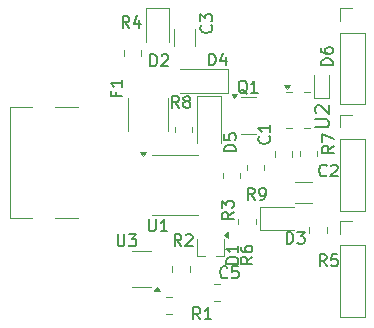
<source format=gbr>
%TF.GenerationSoftware,KiCad,Pcbnew,9.0.1*%
%TF.CreationDate,2025-04-12T21:10:11-04:00*%
%TF.ProjectId,USB-C-3-way-splitter-V5,5553422d-432d-4332-9d77-61792d73706c,rev?*%
%TF.SameCoordinates,Original*%
%TF.FileFunction,Legend,Top*%
%TF.FilePolarity,Positive*%
%FSLAX46Y46*%
G04 Gerber Fmt 4.6, Leading zero omitted, Abs format (unit mm)*
G04 Created by KiCad (PCBNEW 9.0.1) date 2025-04-12 21:10:11*
%MOMM*%
%LPD*%
G01*
G04 APERTURE LIST*
%ADD10C,0.150000*%
%ADD11C,0.120000*%
%ADD12C,0.100000*%
G04 APERTURE END LIST*
D10*
X6031009Y5966666D02*
X6031009Y5633333D01*
X6554819Y5633333D02*
X5554819Y5633333D01*
X5554819Y5633333D02*
X5554819Y6109523D01*
X6554819Y7014285D02*
X6554819Y6442857D01*
X6554819Y6728571D02*
X5554819Y6728571D01*
X5554819Y6728571D02*
X5697676Y6633333D01*
X5697676Y6633333D02*
X5792914Y6538095D01*
X5792914Y6538095D02*
X5840533Y6442857D01*
X16354819Y-8538094D02*
X15354819Y-8538094D01*
X15354819Y-8538094D02*
X15354819Y-8299999D01*
X15354819Y-8299999D02*
X15402438Y-8157142D01*
X15402438Y-8157142D02*
X15497676Y-8061904D01*
X15497676Y-8061904D02*
X15592914Y-8014285D01*
X15592914Y-8014285D02*
X15783390Y-7966666D01*
X15783390Y-7966666D02*
X15926247Y-7966666D01*
X15926247Y-7966666D02*
X16116723Y-8014285D01*
X16116723Y-8014285D02*
X16211961Y-8061904D01*
X16211961Y-8061904D02*
X16307200Y-8157142D01*
X16307200Y-8157142D02*
X16354819Y-8299999D01*
X16354819Y-8299999D02*
X16354819Y-8538094D01*
X16354819Y-7014285D02*
X16354819Y-7585713D01*
X16354819Y-7299999D02*
X15354819Y-7299999D01*
X15354819Y-7299999D02*
X15497676Y-7395237D01*
X15497676Y-7395237D02*
X15592914Y-7490475D01*
X15592914Y-7490475D02*
X15640533Y-7585713D01*
X17104761Y5849942D02*
X17009523Y5897561D01*
X17009523Y5897561D02*
X16914285Y5992800D01*
X16914285Y5992800D02*
X16771428Y6135657D01*
X16771428Y6135657D02*
X16676190Y6183276D01*
X16676190Y6183276D02*
X16580952Y6183276D01*
X16628571Y5945180D02*
X16533333Y5992800D01*
X16533333Y5992800D02*
X16438095Y6088038D01*
X16438095Y6088038D02*
X16390476Y6278514D01*
X16390476Y6278514D02*
X16390476Y6611847D01*
X16390476Y6611847D02*
X16438095Y6802323D01*
X16438095Y6802323D02*
X16533333Y6897561D01*
X16533333Y6897561D02*
X16628571Y6945180D01*
X16628571Y6945180D02*
X16819047Y6945180D01*
X16819047Y6945180D02*
X16914285Y6897561D01*
X16914285Y6897561D02*
X17009523Y6802323D01*
X17009523Y6802323D02*
X17057142Y6611847D01*
X17057142Y6611847D02*
X17057142Y6278514D01*
X17057142Y6278514D02*
X17009523Y6088038D01*
X17009523Y6088038D02*
X16914285Y5992800D01*
X16914285Y5992800D02*
X16819047Y5945180D01*
X16819047Y5945180D02*
X16628571Y5945180D01*
X18009523Y5945180D02*
X17438095Y5945180D01*
X17723809Y5945180D02*
X17723809Y6945180D01*
X17723809Y6945180D02*
X17628571Y6802323D01*
X17628571Y6802323D02*
X17533333Y6707085D01*
X17533333Y6707085D02*
X17438095Y6659466D01*
X13133333Y-13254819D02*
X12800000Y-12778628D01*
X12561905Y-13254819D02*
X12561905Y-12254819D01*
X12561905Y-12254819D02*
X12942857Y-12254819D01*
X12942857Y-12254819D02*
X13038095Y-12302438D01*
X13038095Y-12302438D02*
X13085714Y-12350057D01*
X13085714Y-12350057D02*
X13133333Y-12445295D01*
X13133333Y-12445295D02*
X13133333Y-12588152D01*
X13133333Y-12588152D02*
X13085714Y-12683390D01*
X13085714Y-12683390D02*
X13038095Y-12731009D01*
X13038095Y-12731009D02*
X12942857Y-12778628D01*
X12942857Y-12778628D02*
X12561905Y-12778628D01*
X14085714Y-13254819D02*
X13514286Y-13254819D01*
X13800000Y-13254819D02*
X13800000Y-12254819D01*
X13800000Y-12254819D02*
X13704762Y-12397676D01*
X13704762Y-12397676D02*
X13609524Y-12492914D01*
X13609524Y-12492914D02*
X13514286Y-12540533D01*
X8788095Y-4804819D02*
X8788095Y-5614342D01*
X8788095Y-5614342D02*
X8835714Y-5709580D01*
X8835714Y-5709580D02*
X8883333Y-5757200D01*
X8883333Y-5757200D02*
X8978571Y-5804819D01*
X8978571Y-5804819D02*
X9169047Y-5804819D01*
X9169047Y-5804819D02*
X9264285Y-5757200D01*
X9264285Y-5757200D02*
X9311904Y-5709580D01*
X9311904Y-5709580D02*
X9359523Y-5614342D01*
X9359523Y-5614342D02*
X9359523Y-4804819D01*
X10359523Y-5804819D02*
X9788095Y-5804819D01*
X10073809Y-5804819D02*
X10073809Y-4804819D01*
X10073809Y-4804819D02*
X9978571Y-4947676D01*
X9978571Y-4947676D02*
X9883333Y-5042914D01*
X9883333Y-5042914D02*
X9788095Y-5090533D01*
X15954819Y-4166666D02*
X15478628Y-4499999D01*
X15954819Y-4738094D02*
X14954819Y-4738094D01*
X14954819Y-4738094D02*
X14954819Y-4357142D01*
X14954819Y-4357142D02*
X15002438Y-4261904D01*
X15002438Y-4261904D02*
X15050057Y-4214285D01*
X15050057Y-4214285D02*
X15145295Y-4166666D01*
X15145295Y-4166666D02*
X15288152Y-4166666D01*
X15288152Y-4166666D02*
X15383390Y-4214285D01*
X15383390Y-4214285D02*
X15431009Y-4261904D01*
X15431009Y-4261904D02*
X15478628Y-4357142D01*
X15478628Y-4357142D02*
X15478628Y-4738094D01*
X14954819Y-3833332D02*
X14954819Y-3214285D01*
X14954819Y-3214285D02*
X15335771Y-3547618D01*
X15335771Y-3547618D02*
X15335771Y-3404761D01*
X15335771Y-3404761D02*
X15383390Y-3309523D01*
X15383390Y-3309523D02*
X15431009Y-3261904D01*
X15431009Y-3261904D02*
X15526247Y-3214285D01*
X15526247Y-3214285D02*
X15764342Y-3214285D01*
X15764342Y-3214285D02*
X15859580Y-3261904D01*
X15859580Y-3261904D02*
X15907200Y-3309523D01*
X15907200Y-3309523D02*
X15954819Y-3404761D01*
X15954819Y-3404761D02*
X15954819Y-3690475D01*
X15954819Y-3690475D02*
X15907200Y-3785713D01*
X15907200Y-3785713D02*
X15859580Y-3833332D01*
X24454819Y1433333D02*
X23978628Y1100000D01*
X24454819Y861905D02*
X23454819Y861905D01*
X23454819Y861905D02*
X23454819Y1242857D01*
X23454819Y1242857D02*
X23502438Y1338095D01*
X23502438Y1338095D02*
X23550057Y1385714D01*
X23550057Y1385714D02*
X23645295Y1433333D01*
X23645295Y1433333D02*
X23788152Y1433333D01*
X23788152Y1433333D02*
X23883390Y1385714D01*
X23883390Y1385714D02*
X23931009Y1338095D01*
X23931009Y1338095D02*
X23978628Y1242857D01*
X23978628Y1242857D02*
X23978628Y861905D01*
X23454819Y1766667D02*
X23454819Y2433333D01*
X23454819Y2433333D02*
X24454819Y2004762D01*
X14059580Y11633333D02*
X14107200Y11585714D01*
X14107200Y11585714D02*
X14154819Y11442857D01*
X14154819Y11442857D02*
X14154819Y11347619D01*
X14154819Y11347619D02*
X14107200Y11204762D01*
X14107200Y11204762D02*
X14011961Y11109524D01*
X14011961Y11109524D02*
X13916723Y11061905D01*
X13916723Y11061905D02*
X13726247Y11014286D01*
X13726247Y11014286D02*
X13583390Y11014286D01*
X13583390Y11014286D02*
X13392914Y11061905D01*
X13392914Y11061905D02*
X13297676Y11109524D01*
X13297676Y11109524D02*
X13202438Y11204762D01*
X13202438Y11204762D02*
X13154819Y11347619D01*
X13154819Y11347619D02*
X13154819Y11442857D01*
X13154819Y11442857D02*
X13202438Y11585714D01*
X13202438Y11585714D02*
X13250057Y11633333D01*
X13154819Y11966667D02*
X13154819Y12585714D01*
X13154819Y12585714D02*
X13535771Y12252381D01*
X13535771Y12252381D02*
X13535771Y12395238D01*
X13535771Y12395238D02*
X13583390Y12490476D01*
X13583390Y12490476D02*
X13631009Y12538095D01*
X13631009Y12538095D02*
X13726247Y12585714D01*
X13726247Y12585714D02*
X13964342Y12585714D01*
X13964342Y12585714D02*
X14059580Y12538095D01*
X14059580Y12538095D02*
X14107200Y12490476D01*
X14107200Y12490476D02*
X14154819Y12395238D01*
X14154819Y12395238D02*
X14154819Y12109524D01*
X14154819Y12109524D02*
X14107200Y12014286D01*
X14107200Y12014286D02*
X14059580Y11966667D01*
X8911905Y8170180D02*
X8911905Y9170180D01*
X8911905Y9170180D02*
X9150000Y9170180D01*
X9150000Y9170180D02*
X9292857Y9122561D01*
X9292857Y9122561D02*
X9388095Y9027323D01*
X9388095Y9027323D02*
X9435714Y8932085D01*
X9435714Y8932085D02*
X9483333Y8741609D01*
X9483333Y8741609D02*
X9483333Y8598752D01*
X9483333Y8598752D02*
X9435714Y8408276D01*
X9435714Y8408276D02*
X9388095Y8313038D01*
X9388095Y8313038D02*
X9292857Y8217800D01*
X9292857Y8217800D02*
X9150000Y8170180D01*
X9150000Y8170180D02*
X8911905Y8170180D01*
X9864286Y9074942D02*
X9911905Y9122561D01*
X9911905Y9122561D02*
X10007143Y9170180D01*
X10007143Y9170180D02*
X10245238Y9170180D01*
X10245238Y9170180D02*
X10340476Y9122561D01*
X10340476Y9122561D02*
X10388095Y9074942D01*
X10388095Y9074942D02*
X10435714Y8979704D01*
X10435714Y8979704D02*
X10435714Y8884466D01*
X10435714Y8884466D02*
X10388095Y8741609D01*
X10388095Y8741609D02*
X9816667Y8170180D01*
X9816667Y8170180D02*
X10435714Y8170180D01*
X15433333Y-9679580D02*
X15385714Y-9727200D01*
X15385714Y-9727200D02*
X15242857Y-9774819D01*
X15242857Y-9774819D02*
X15147619Y-9774819D01*
X15147619Y-9774819D02*
X15004762Y-9727200D01*
X15004762Y-9727200D02*
X14909524Y-9631961D01*
X14909524Y-9631961D02*
X14861905Y-9536723D01*
X14861905Y-9536723D02*
X14814286Y-9346247D01*
X14814286Y-9346247D02*
X14814286Y-9203390D01*
X14814286Y-9203390D02*
X14861905Y-9012914D01*
X14861905Y-9012914D02*
X14909524Y-8917676D01*
X14909524Y-8917676D02*
X15004762Y-8822438D01*
X15004762Y-8822438D02*
X15147619Y-8774819D01*
X15147619Y-8774819D02*
X15242857Y-8774819D01*
X15242857Y-8774819D02*
X15385714Y-8822438D01*
X15385714Y-8822438D02*
X15433333Y-8870057D01*
X16338095Y-8774819D02*
X15861905Y-8774819D01*
X15861905Y-8774819D02*
X15814286Y-9251009D01*
X15814286Y-9251009D02*
X15861905Y-9203390D01*
X15861905Y-9203390D02*
X15957143Y-9155771D01*
X15957143Y-9155771D02*
X16195238Y-9155771D01*
X16195238Y-9155771D02*
X16290476Y-9203390D01*
X16290476Y-9203390D02*
X16338095Y-9251009D01*
X16338095Y-9251009D02*
X16385714Y-9346247D01*
X16385714Y-9346247D02*
X16385714Y-9584342D01*
X16385714Y-9584342D02*
X16338095Y-9679580D01*
X16338095Y-9679580D02*
X16290476Y-9727200D01*
X16290476Y-9727200D02*
X16195238Y-9774819D01*
X16195238Y-9774819D02*
X15957143Y-9774819D01*
X15957143Y-9774819D02*
X15861905Y-9727200D01*
X15861905Y-9727200D02*
X15814286Y-9679580D01*
X20461905Y-6854819D02*
X20461905Y-5854819D01*
X20461905Y-5854819D02*
X20700000Y-5854819D01*
X20700000Y-5854819D02*
X20842857Y-5902438D01*
X20842857Y-5902438D02*
X20938095Y-5997676D01*
X20938095Y-5997676D02*
X20985714Y-6092914D01*
X20985714Y-6092914D02*
X21033333Y-6283390D01*
X21033333Y-6283390D02*
X21033333Y-6426247D01*
X21033333Y-6426247D02*
X20985714Y-6616723D01*
X20985714Y-6616723D02*
X20938095Y-6711961D01*
X20938095Y-6711961D02*
X20842857Y-6807200D01*
X20842857Y-6807200D02*
X20700000Y-6854819D01*
X20700000Y-6854819D02*
X20461905Y-6854819D01*
X21366667Y-5854819D02*
X21985714Y-5854819D01*
X21985714Y-5854819D02*
X21652381Y-6235771D01*
X21652381Y-6235771D02*
X21795238Y-6235771D01*
X21795238Y-6235771D02*
X21890476Y-6283390D01*
X21890476Y-6283390D02*
X21938095Y-6331009D01*
X21938095Y-6331009D02*
X21985714Y-6426247D01*
X21985714Y-6426247D02*
X21985714Y-6664342D01*
X21985714Y-6664342D02*
X21938095Y-6759580D01*
X21938095Y-6759580D02*
X21890476Y-6807200D01*
X21890476Y-6807200D02*
X21795238Y-6854819D01*
X21795238Y-6854819D02*
X21509524Y-6854819D01*
X21509524Y-6854819D02*
X21414286Y-6807200D01*
X21414286Y-6807200D02*
X21366667Y-6759580D01*
X22847342Y2985714D02*
X23818771Y2985714D01*
X23818771Y2985714D02*
X23933057Y3042857D01*
X23933057Y3042857D02*
X23990200Y3100000D01*
X23990200Y3100000D02*
X24047342Y3214285D01*
X24047342Y3214285D02*
X24047342Y3442857D01*
X24047342Y3442857D02*
X23990200Y3557142D01*
X23990200Y3557142D02*
X23933057Y3614285D01*
X23933057Y3614285D02*
X23818771Y3671428D01*
X23818771Y3671428D02*
X22847342Y3671428D01*
X22961628Y4185714D02*
X22904485Y4242857D01*
X22904485Y4242857D02*
X22847342Y4357143D01*
X22847342Y4357143D02*
X22847342Y4642857D01*
X22847342Y4642857D02*
X22904485Y4757143D01*
X22904485Y4757143D02*
X22961628Y4814285D01*
X22961628Y4814285D02*
X23075914Y4871428D01*
X23075914Y4871428D02*
X23190200Y4871428D01*
X23190200Y4871428D02*
X23361628Y4814285D01*
X23361628Y4814285D02*
X24047342Y4128571D01*
X24047342Y4128571D02*
X24047342Y4871428D01*
X17554819Y-7966666D02*
X17078628Y-8299999D01*
X17554819Y-8538094D02*
X16554819Y-8538094D01*
X16554819Y-8538094D02*
X16554819Y-8157142D01*
X16554819Y-8157142D02*
X16602438Y-8061904D01*
X16602438Y-8061904D02*
X16650057Y-8014285D01*
X16650057Y-8014285D02*
X16745295Y-7966666D01*
X16745295Y-7966666D02*
X16888152Y-7966666D01*
X16888152Y-7966666D02*
X16983390Y-8014285D01*
X16983390Y-8014285D02*
X17031009Y-8061904D01*
X17031009Y-8061904D02*
X17078628Y-8157142D01*
X17078628Y-8157142D02*
X17078628Y-8538094D01*
X16554819Y-7109523D02*
X16554819Y-7299999D01*
X16554819Y-7299999D02*
X16602438Y-7395237D01*
X16602438Y-7395237D02*
X16650057Y-7442856D01*
X16650057Y-7442856D02*
X16792914Y-7538094D01*
X16792914Y-7538094D02*
X16983390Y-7585713D01*
X16983390Y-7585713D02*
X17364342Y-7585713D01*
X17364342Y-7585713D02*
X17459580Y-7538094D01*
X17459580Y-7538094D02*
X17507200Y-7490475D01*
X17507200Y-7490475D02*
X17554819Y-7395237D01*
X17554819Y-7395237D02*
X17554819Y-7204761D01*
X17554819Y-7204761D02*
X17507200Y-7109523D01*
X17507200Y-7109523D02*
X17459580Y-7061904D01*
X17459580Y-7061904D02*
X17364342Y-7014285D01*
X17364342Y-7014285D02*
X17126247Y-7014285D01*
X17126247Y-7014285D02*
X17031009Y-7061904D01*
X17031009Y-7061904D02*
X16983390Y-7109523D01*
X16983390Y-7109523D02*
X16935771Y-7204761D01*
X16935771Y-7204761D02*
X16935771Y-7395237D01*
X16935771Y-7395237D02*
X16983390Y-7490475D01*
X16983390Y-7490475D02*
X17031009Y-7538094D01*
X17031009Y-7538094D02*
X17126247Y-7585713D01*
X23833333Y-8754819D02*
X23500000Y-8278628D01*
X23261905Y-8754819D02*
X23261905Y-7754819D01*
X23261905Y-7754819D02*
X23642857Y-7754819D01*
X23642857Y-7754819D02*
X23738095Y-7802438D01*
X23738095Y-7802438D02*
X23785714Y-7850057D01*
X23785714Y-7850057D02*
X23833333Y-7945295D01*
X23833333Y-7945295D02*
X23833333Y-8088152D01*
X23833333Y-8088152D02*
X23785714Y-8183390D01*
X23785714Y-8183390D02*
X23738095Y-8231009D01*
X23738095Y-8231009D02*
X23642857Y-8278628D01*
X23642857Y-8278628D02*
X23261905Y-8278628D01*
X24738095Y-7754819D02*
X24261905Y-7754819D01*
X24261905Y-7754819D02*
X24214286Y-8231009D01*
X24214286Y-8231009D02*
X24261905Y-8183390D01*
X24261905Y-8183390D02*
X24357143Y-8135771D01*
X24357143Y-8135771D02*
X24595238Y-8135771D01*
X24595238Y-8135771D02*
X24690476Y-8183390D01*
X24690476Y-8183390D02*
X24738095Y-8231009D01*
X24738095Y-8231009D02*
X24785714Y-8326247D01*
X24785714Y-8326247D02*
X24785714Y-8564342D01*
X24785714Y-8564342D02*
X24738095Y-8659580D01*
X24738095Y-8659580D02*
X24690476Y-8707200D01*
X24690476Y-8707200D02*
X24595238Y-8754819D01*
X24595238Y-8754819D02*
X24357143Y-8754819D01*
X24357143Y-8754819D02*
X24261905Y-8707200D01*
X24261905Y-8707200D02*
X24214286Y-8659580D01*
X18959580Y2233333D02*
X19007200Y2185714D01*
X19007200Y2185714D02*
X19054819Y2042857D01*
X19054819Y2042857D02*
X19054819Y1947619D01*
X19054819Y1947619D02*
X19007200Y1804762D01*
X19007200Y1804762D02*
X18911961Y1709524D01*
X18911961Y1709524D02*
X18816723Y1661905D01*
X18816723Y1661905D02*
X18626247Y1614286D01*
X18626247Y1614286D02*
X18483390Y1614286D01*
X18483390Y1614286D02*
X18292914Y1661905D01*
X18292914Y1661905D02*
X18197676Y1709524D01*
X18197676Y1709524D02*
X18102438Y1804762D01*
X18102438Y1804762D02*
X18054819Y1947619D01*
X18054819Y1947619D02*
X18054819Y2042857D01*
X18054819Y2042857D02*
X18102438Y2185714D01*
X18102438Y2185714D02*
X18150057Y2233333D01*
X19054819Y3185714D02*
X19054819Y2614286D01*
X19054819Y2900000D02*
X18054819Y2900000D01*
X18054819Y2900000D02*
X18197676Y2804762D01*
X18197676Y2804762D02*
X18292914Y2709524D01*
X18292914Y2709524D02*
X18340533Y2614286D01*
X23833333Y-1059580D02*
X23785714Y-1107200D01*
X23785714Y-1107200D02*
X23642857Y-1154819D01*
X23642857Y-1154819D02*
X23547619Y-1154819D01*
X23547619Y-1154819D02*
X23404762Y-1107200D01*
X23404762Y-1107200D02*
X23309524Y-1011961D01*
X23309524Y-1011961D02*
X23261905Y-916723D01*
X23261905Y-916723D02*
X23214286Y-726247D01*
X23214286Y-726247D02*
X23214286Y-583390D01*
X23214286Y-583390D02*
X23261905Y-392914D01*
X23261905Y-392914D02*
X23309524Y-297676D01*
X23309524Y-297676D02*
X23404762Y-202438D01*
X23404762Y-202438D02*
X23547619Y-154819D01*
X23547619Y-154819D02*
X23642857Y-154819D01*
X23642857Y-154819D02*
X23785714Y-202438D01*
X23785714Y-202438D02*
X23833333Y-250057D01*
X24214286Y-250057D02*
X24261905Y-202438D01*
X24261905Y-202438D02*
X24357143Y-154819D01*
X24357143Y-154819D02*
X24595238Y-154819D01*
X24595238Y-154819D02*
X24690476Y-202438D01*
X24690476Y-202438D02*
X24738095Y-250057D01*
X24738095Y-250057D02*
X24785714Y-345295D01*
X24785714Y-345295D02*
X24785714Y-440533D01*
X24785714Y-440533D02*
X24738095Y-583390D01*
X24738095Y-583390D02*
X24166667Y-1154819D01*
X24166667Y-1154819D02*
X24785714Y-1154819D01*
X16154819Y961905D02*
X15154819Y961905D01*
X15154819Y961905D02*
X15154819Y1200000D01*
X15154819Y1200000D02*
X15202438Y1342857D01*
X15202438Y1342857D02*
X15297676Y1438095D01*
X15297676Y1438095D02*
X15392914Y1485714D01*
X15392914Y1485714D02*
X15583390Y1533333D01*
X15583390Y1533333D02*
X15726247Y1533333D01*
X15726247Y1533333D02*
X15916723Y1485714D01*
X15916723Y1485714D02*
X16011961Y1438095D01*
X16011961Y1438095D02*
X16107200Y1342857D01*
X16107200Y1342857D02*
X16154819Y1200000D01*
X16154819Y1200000D02*
X16154819Y961905D01*
X15154819Y2438095D02*
X15154819Y1961905D01*
X15154819Y1961905D02*
X15631009Y1914286D01*
X15631009Y1914286D02*
X15583390Y1961905D01*
X15583390Y1961905D02*
X15535771Y2057143D01*
X15535771Y2057143D02*
X15535771Y2295238D01*
X15535771Y2295238D02*
X15583390Y2390476D01*
X15583390Y2390476D02*
X15631009Y2438095D01*
X15631009Y2438095D02*
X15726247Y2485714D01*
X15726247Y2485714D02*
X15964342Y2485714D01*
X15964342Y2485714D02*
X16059580Y2438095D01*
X16059580Y2438095D02*
X16107200Y2390476D01*
X16107200Y2390476D02*
X16154819Y2295238D01*
X16154819Y2295238D02*
X16154819Y2057143D01*
X16154819Y2057143D02*
X16107200Y1961905D01*
X16107200Y1961905D02*
X16059580Y1914286D01*
X13861905Y8245180D02*
X13861905Y9245180D01*
X13861905Y9245180D02*
X14100000Y9245180D01*
X14100000Y9245180D02*
X14242857Y9197561D01*
X14242857Y9197561D02*
X14338095Y9102323D01*
X14338095Y9102323D02*
X14385714Y9007085D01*
X14385714Y9007085D02*
X14433333Y8816609D01*
X14433333Y8816609D02*
X14433333Y8673752D01*
X14433333Y8673752D02*
X14385714Y8483276D01*
X14385714Y8483276D02*
X14338095Y8388038D01*
X14338095Y8388038D02*
X14242857Y8292800D01*
X14242857Y8292800D02*
X14100000Y8245180D01*
X14100000Y8245180D02*
X13861905Y8245180D01*
X15290476Y8911847D02*
X15290476Y8245180D01*
X15052381Y9292800D02*
X14814286Y8578514D01*
X14814286Y8578514D02*
X15433333Y8578514D01*
X7133333Y11420180D02*
X6800000Y11896371D01*
X6561905Y11420180D02*
X6561905Y12420180D01*
X6561905Y12420180D02*
X6942857Y12420180D01*
X6942857Y12420180D02*
X7038095Y12372561D01*
X7038095Y12372561D02*
X7085714Y12324942D01*
X7085714Y12324942D02*
X7133333Y12229704D01*
X7133333Y12229704D02*
X7133333Y12086847D01*
X7133333Y12086847D02*
X7085714Y11991609D01*
X7085714Y11991609D02*
X7038095Y11943990D01*
X7038095Y11943990D02*
X6942857Y11896371D01*
X6942857Y11896371D02*
X6561905Y11896371D01*
X7990476Y12086847D02*
X7990476Y11420180D01*
X7752381Y12467800D02*
X7514286Y11753514D01*
X7514286Y11753514D02*
X8133333Y11753514D01*
X17733333Y-3154819D02*
X17400000Y-2678628D01*
X17161905Y-3154819D02*
X17161905Y-2154819D01*
X17161905Y-2154819D02*
X17542857Y-2154819D01*
X17542857Y-2154819D02*
X17638095Y-2202438D01*
X17638095Y-2202438D02*
X17685714Y-2250057D01*
X17685714Y-2250057D02*
X17733333Y-2345295D01*
X17733333Y-2345295D02*
X17733333Y-2488152D01*
X17733333Y-2488152D02*
X17685714Y-2583390D01*
X17685714Y-2583390D02*
X17638095Y-2631009D01*
X17638095Y-2631009D02*
X17542857Y-2678628D01*
X17542857Y-2678628D02*
X17161905Y-2678628D01*
X18209524Y-3154819D02*
X18400000Y-3154819D01*
X18400000Y-3154819D02*
X18495238Y-3107200D01*
X18495238Y-3107200D02*
X18542857Y-3059580D01*
X18542857Y-3059580D02*
X18638095Y-2916723D01*
X18638095Y-2916723D02*
X18685714Y-2726247D01*
X18685714Y-2726247D02*
X18685714Y-2345295D01*
X18685714Y-2345295D02*
X18638095Y-2250057D01*
X18638095Y-2250057D02*
X18590476Y-2202438D01*
X18590476Y-2202438D02*
X18495238Y-2154819D01*
X18495238Y-2154819D02*
X18304762Y-2154819D01*
X18304762Y-2154819D02*
X18209524Y-2202438D01*
X18209524Y-2202438D02*
X18161905Y-2250057D01*
X18161905Y-2250057D02*
X18114286Y-2345295D01*
X18114286Y-2345295D02*
X18114286Y-2583390D01*
X18114286Y-2583390D02*
X18161905Y-2678628D01*
X18161905Y-2678628D02*
X18209524Y-2726247D01*
X18209524Y-2726247D02*
X18304762Y-2773866D01*
X18304762Y-2773866D02*
X18495238Y-2773866D01*
X18495238Y-2773866D02*
X18590476Y-2726247D01*
X18590476Y-2726247D02*
X18638095Y-2678628D01*
X18638095Y-2678628D02*
X18685714Y-2583390D01*
X11533333Y-7054819D02*
X11200000Y-6578628D01*
X10961905Y-7054819D02*
X10961905Y-6054819D01*
X10961905Y-6054819D02*
X11342857Y-6054819D01*
X11342857Y-6054819D02*
X11438095Y-6102438D01*
X11438095Y-6102438D02*
X11485714Y-6150057D01*
X11485714Y-6150057D02*
X11533333Y-6245295D01*
X11533333Y-6245295D02*
X11533333Y-6388152D01*
X11533333Y-6388152D02*
X11485714Y-6483390D01*
X11485714Y-6483390D02*
X11438095Y-6531009D01*
X11438095Y-6531009D02*
X11342857Y-6578628D01*
X11342857Y-6578628D02*
X10961905Y-6578628D01*
X11914286Y-6150057D02*
X11961905Y-6102438D01*
X11961905Y-6102438D02*
X12057143Y-6054819D01*
X12057143Y-6054819D02*
X12295238Y-6054819D01*
X12295238Y-6054819D02*
X12390476Y-6102438D01*
X12390476Y-6102438D02*
X12438095Y-6150057D01*
X12438095Y-6150057D02*
X12485714Y-6245295D01*
X12485714Y-6245295D02*
X12485714Y-6340533D01*
X12485714Y-6340533D02*
X12438095Y-6483390D01*
X12438095Y-6483390D02*
X11866667Y-7054819D01*
X11866667Y-7054819D02*
X12485714Y-7054819D01*
X24354819Y8261905D02*
X23354819Y8261905D01*
X23354819Y8261905D02*
X23354819Y8500000D01*
X23354819Y8500000D02*
X23402438Y8642857D01*
X23402438Y8642857D02*
X23497676Y8738095D01*
X23497676Y8738095D02*
X23592914Y8785714D01*
X23592914Y8785714D02*
X23783390Y8833333D01*
X23783390Y8833333D02*
X23926247Y8833333D01*
X23926247Y8833333D02*
X24116723Y8785714D01*
X24116723Y8785714D02*
X24211961Y8738095D01*
X24211961Y8738095D02*
X24307200Y8642857D01*
X24307200Y8642857D02*
X24354819Y8500000D01*
X24354819Y8500000D02*
X24354819Y8261905D01*
X23354819Y9690476D02*
X23354819Y9500000D01*
X23354819Y9500000D02*
X23402438Y9404762D01*
X23402438Y9404762D02*
X23450057Y9357143D01*
X23450057Y9357143D02*
X23592914Y9261905D01*
X23592914Y9261905D02*
X23783390Y9214286D01*
X23783390Y9214286D02*
X24164342Y9214286D01*
X24164342Y9214286D02*
X24259580Y9261905D01*
X24259580Y9261905D02*
X24307200Y9309524D01*
X24307200Y9309524D02*
X24354819Y9404762D01*
X24354819Y9404762D02*
X24354819Y9595238D01*
X24354819Y9595238D02*
X24307200Y9690476D01*
X24307200Y9690476D02*
X24259580Y9738095D01*
X24259580Y9738095D02*
X24164342Y9785714D01*
X24164342Y9785714D02*
X23926247Y9785714D01*
X23926247Y9785714D02*
X23831009Y9738095D01*
X23831009Y9738095D02*
X23783390Y9690476D01*
X23783390Y9690476D02*
X23735771Y9595238D01*
X23735771Y9595238D02*
X23735771Y9404762D01*
X23735771Y9404762D02*
X23783390Y9309524D01*
X23783390Y9309524D02*
X23831009Y9261905D01*
X23831009Y9261905D02*
X23926247Y9214286D01*
X6138095Y-6054819D02*
X6138095Y-6864342D01*
X6138095Y-6864342D02*
X6185714Y-6959580D01*
X6185714Y-6959580D02*
X6233333Y-7007200D01*
X6233333Y-7007200D02*
X6328571Y-7054819D01*
X6328571Y-7054819D02*
X6519047Y-7054819D01*
X6519047Y-7054819D02*
X6614285Y-7007200D01*
X6614285Y-7007200D02*
X6661904Y-6959580D01*
X6661904Y-6959580D02*
X6709523Y-6864342D01*
X6709523Y-6864342D02*
X6709523Y-6054819D01*
X7090476Y-6054819D02*
X7709523Y-6054819D01*
X7709523Y-6054819D02*
X7376190Y-6435771D01*
X7376190Y-6435771D02*
X7519047Y-6435771D01*
X7519047Y-6435771D02*
X7614285Y-6483390D01*
X7614285Y-6483390D02*
X7661904Y-6531009D01*
X7661904Y-6531009D02*
X7709523Y-6626247D01*
X7709523Y-6626247D02*
X7709523Y-6864342D01*
X7709523Y-6864342D02*
X7661904Y-6959580D01*
X7661904Y-6959580D02*
X7614285Y-7007200D01*
X7614285Y-7007200D02*
X7519047Y-7054819D01*
X7519047Y-7054819D02*
X7233333Y-7054819D01*
X7233333Y-7054819D02*
X7138095Y-7007200D01*
X7138095Y-7007200D02*
X7090476Y-6959580D01*
X11333333Y4645180D02*
X11000000Y5121371D01*
X10761905Y4645180D02*
X10761905Y5645180D01*
X10761905Y5645180D02*
X11142857Y5645180D01*
X11142857Y5645180D02*
X11238095Y5597561D01*
X11238095Y5597561D02*
X11285714Y5549942D01*
X11285714Y5549942D02*
X11333333Y5454704D01*
X11333333Y5454704D02*
X11333333Y5311847D01*
X11333333Y5311847D02*
X11285714Y5216609D01*
X11285714Y5216609D02*
X11238095Y5168990D01*
X11238095Y5168990D02*
X11142857Y5121371D01*
X11142857Y5121371D02*
X10761905Y5121371D01*
X11904762Y5216609D02*
X11809524Y5264228D01*
X11809524Y5264228D02*
X11761905Y5311847D01*
X11761905Y5311847D02*
X11714286Y5407085D01*
X11714286Y5407085D02*
X11714286Y5454704D01*
X11714286Y5454704D02*
X11761905Y5549942D01*
X11761905Y5549942D02*
X11809524Y5597561D01*
X11809524Y5597561D02*
X11904762Y5645180D01*
X11904762Y5645180D02*
X12095238Y5645180D01*
X12095238Y5645180D02*
X12190476Y5597561D01*
X12190476Y5597561D02*
X12238095Y5549942D01*
X12238095Y5549942D02*
X12285714Y5454704D01*
X12285714Y5454704D02*
X12285714Y5407085D01*
X12285714Y5407085D02*
X12238095Y5311847D01*
X12238095Y5311847D02*
X12190476Y5264228D01*
X12190476Y5264228D02*
X12095238Y5216609D01*
X12095238Y5216609D02*
X11904762Y5216609D01*
X11904762Y5216609D02*
X11809524Y5168990D01*
X11809524Y5168990D02*
X11761905Y5121371D01*
X11761905Y5121371D02*
X11714286Y5026133D01*
X11714286Y5026133D02*
X11714286Y4835657D01*
X11714286Y4835657D02*
X11761905Y4740419D01*
X11761905Y4740419D02*
X11809524Y4692800D01*
X11809524Y4692800D02*
X11904762Y4645180D01*
X11904762Y4645180D02*
X12095238Y4645180D01*
X12095238Y4645180D02*
X12190476Y4692800D01*
X12190476Y4692800D02*
X12238095Y4740419D01*
X12238095Y4740419D02*
X12285714Y4835657D01*
X12285714Y4835657D02*
X12285714Y5026133D01*
X12285714Y5026133D02*
X12238095Y5121371D01*
X12238095Y5121371D02*
X12190476Y5168990D01*
X12190476Y5168990D02*
X12095238Y5216609D01*
D11*
%TO.C,F1*%
X6990000Y2688748D02*
X6990000Y5461252D01*
X10410000Y2688748D02*
X10410000Y5461252D01*
%TO.C,D1*%
X12840000Y-6495000D02*
X12840000Y-7905000D01*
X13500000Y-7905000D02*
X12840000Y-7905000D01*
X15170000Y-6495000D02*
X15170000Y-7905000D01*
X15170000Y-7905000D02*
X14500000Y-7905000D01*
X15480000Y-6365000D02*
X15150000Y-6125000D01*
X15480000Y-5885000D01*
X15480000Y-6365000D01*
G36*
X15480000Y-6365000D02*
G01*
X15150000Y-6125000D01*
X15480000Y-5885000D01*
X15480000Y-6365000D01*
G37*
%TO.C,Q1*%
X17200000Y5560000D02*
X16550000Y5560000D01*
X17200000Y5560000D02*
X17850000Y5560000D01*
X17200000Y2440000D02*
X16550000Y2440000D01*
X17200000Y2440000D02*
X17850000Y2440000D01*
X16037500Y5510000D02*
X15797500Y5840000D01*
X16277500Y5840000D01*
X16037500Y5510000D01*
G36*
X16037500Y5510000D02*
G01*
X15797500Y5840000D01*
X16277500Y5840000D01*
X16037500Y5510000D01*
G37*
%TO.C,R1*%
X10272936Y-11365000D02*
X10727064Y-11365000D01*
X10272936Y-12835000D02*
X10727064Y-12835000D01*
%TO.C,J3*%
X24940000Y4060000D02*
X26000000Y4060000D01*
X24940000Y3000000D02*
X24940000Y4060000D01*
X24940000Y2000000D02*
X24940000Y-4060000D01*
X24940000Y2000000D02*
X27060000Y2000000D01*
X24940000Y-4060000D02*
X27060000Y-4060000D01*
X27060000Y2000000D02*
X27060000Y-4060000D01*
%TO.C,U1*%
X11000000Y660000D02*
X9050000Y660000D01*
X11000000Y660000D02*
X12950000Y660000D01*
X11000000Y-4460000D02*
X9050000Y-4460000D01*
X11000000Y-4460000D02*
X12950000Y-4460000D01*
X8300000Y565000D02*
X8060000Y895000D01*
X8540000Y895000D01*
X8300000Y565000D01*
G36*
X8300000Y565000D02*
G01*
X8060000Y895000D01*
X8540000Y895000D01*
X8300000Y565000D01*
G37*
%TO.C,R3*%
X15065000Y-872936D02*
X15065000Y-1327064D01*
X16535000Y-872936D02*
X16535000Y-1327064D01*
%TO.C,R7*%
X21565000Y1027064D02*
X21565000Y572936D01*
X23035000Y1027064D02*
X23035000Y572936D01*
%TO.C,C3*%
X10890000Y9888748D02*
X10890000Y11311252D01*
X12710000Y9888748D02*
X12710000Y11311252D01*
%TO.C,D2*%
X8540000Y13060000D02*
X8540000Y10200000D01*
X10460000Y13060000D02*
X8540000Y13060000D01*
X10460000Y10200000D02*
X10460000Y13060000D01*
%TO.C,C5*%
X14276248Y-10265000D02*
X14798752Y-10265000D01*
X14276248Y-11735000D02*
X14798752Y-11735000D01*
%TO.C,D3*%
X18240000Y-3740000D02*
X18240000Y-5660000D01*
X18240000Y-5660000D02*
X21100000Y-5660000D01*
X21100000Y-3740000D02*
X18240000Y-3740000D01*
%TO.C,J2*%
X24940000Y13060000D02*
X26000000Y13060000D01*
X24940000Y12000000D02*
X24940000Y13060000D01*
X24940000Y11000000D02*
X24940000Y4940000D01*
X24940000Y11000000D02*
X27060000Y11000000D01*
X24940000Y4940000D02*
X27060000Y4940000D01*
X27060000Y11000000D02*
X27060000Y4940000D01*
D12*
%TO.C,U2*%
X20400000Y5962500D02*
X20900000Y5962500D01*
X20400000Y2962500D02*
X20900000Y2962500D01*
X22400000Y5962500D02*
X21900000Y5962500D01*
X22400000Y2962500D02*
X21900000Y2962500D01*
D11*
X20460000Y6232500D02*
X20220000Y6562500D01*
X20700000Y6562500D01*
X20460000Y6232500D01*
G36*
X20460000Y6232500D02*
G01*
X20220000Y6562500D01*
X20700000Y6562500D01*
X20460000Y6232500D01*
G37*
%TO.C,R6*%
X16365000Y-4772936D02*
X16365000Y-5227064D01*
X17835000Y-4772936D02*
X17835000Y-5227064D01*
%TO.C,R5*%
X22365000Y-5927064D02*
X22365000Y-5472936D01*
X23835000Y-5927064D02*
X23835000Y-5472936D01*
%TO.C,C1*%
X19465000Y1023752D02*
X19465000Y501248D01*
X20935000Y1023752D02*
X20935000Y501248D01*
%TO.C,C2*%
X22611252Y-1590000D02*
X21188748Y-1590000D01*
X22611252Y-3410000D02*
X21188748Y-3410000D01*
%TO.C,D5*%
X12900000Y5660000D02*
X12900000Y1650000D01*
X14900000Y5660000D02*
X12900000Y5660000D01*
X14900000Y5660000D02*
X14900000Y1650000D01*
%TO.C,D4*%
X15460000Y7900000D02*
X11450000Y7900000D01*
X15460000Y5900000D02*
X11450000Y5900000D01*
X15460000Y5900000D02*
X15460000Y7900000D01*
%TO.C,R4*%
X6665000Y9072936D02*
X6665000Y9527064D01*
X8135000Y9072936D02*
X8135000Y9527064D01*
%TO.C,R9*%
X17065000Y-627064D02*
X17065000Y-172936D01*
X18535000Y-627064D02*
X18535000Y-172936D01*
%TO.C,R2*%
X10765000Y-8772936D02*
X10765000Y-9227064D01*
X12235000Y-8772936D02*
X12235000Y-9227064D01*
%TO.C,D6*%
X22800000Y7400000D02*
X22800000Y5440000D01*
X22800000Y5440000D02*
X24000000Y5440000D01*
X24000000Y7400000D02*
X24000000Y5440000D01*
%TO.C,U3*%
X8200000Y-7440000D02*
X7400000Y-7440000D01*
X8200000Y-7440000D02*
X9000000Y-7440000D01*
X8200000Y-10560000D02*
X7400000Y-10560000D01*
X8200000Y-10560000D02*
X9000000Y-10560000D01*
X9740000Y-10840000D02*
X9260000Y-10840000D01*
X9500000Y-10510000D01*
X9740000Y-10840000D01*
G36*
X9740000Y-10840000D02*
G01*
X9260000Y-10840000D01*
X9500000Y-10510000D01*
X9740000Y-10840000D01*
G37*
%TO.C,J1*%
X-3000000Y4700000D02*
X-3000000Y-4700000D01*
X-1100000Y4700000D02*
X-3000000Y4700000D01*
X-1100000Y-4700000D02*
X-3000000Y-4700000D01*
X2800000Y4700000D02*
X800000Y4700000D01*
X2800000Y-4700000D02*
X800000Y-4700000D01*
%TO.C,J4*%
X24940000Y-4940000D02*
X26000000Y-4940000D01*
X24940000Y-6000000D02*
X24940000Y-4940000D01*
X24940000Y-7000000D02*
X24940000Y-13060000D01*
X24940000Y-7000000D02*
X27060000Y-7000000D01*
X24940000Y-13060000D02*
X27060000Y-13060000D01*
X27060000Y-7000000D02*
X27060000Y-13060000D01*
%TO.C,R8*%
X10965000Y3027064D02*
X10965000Y2572936D01*
X12435000Y3027064D02*
X12435000Y2572936D01*
%TD*%
M02*

</source>
